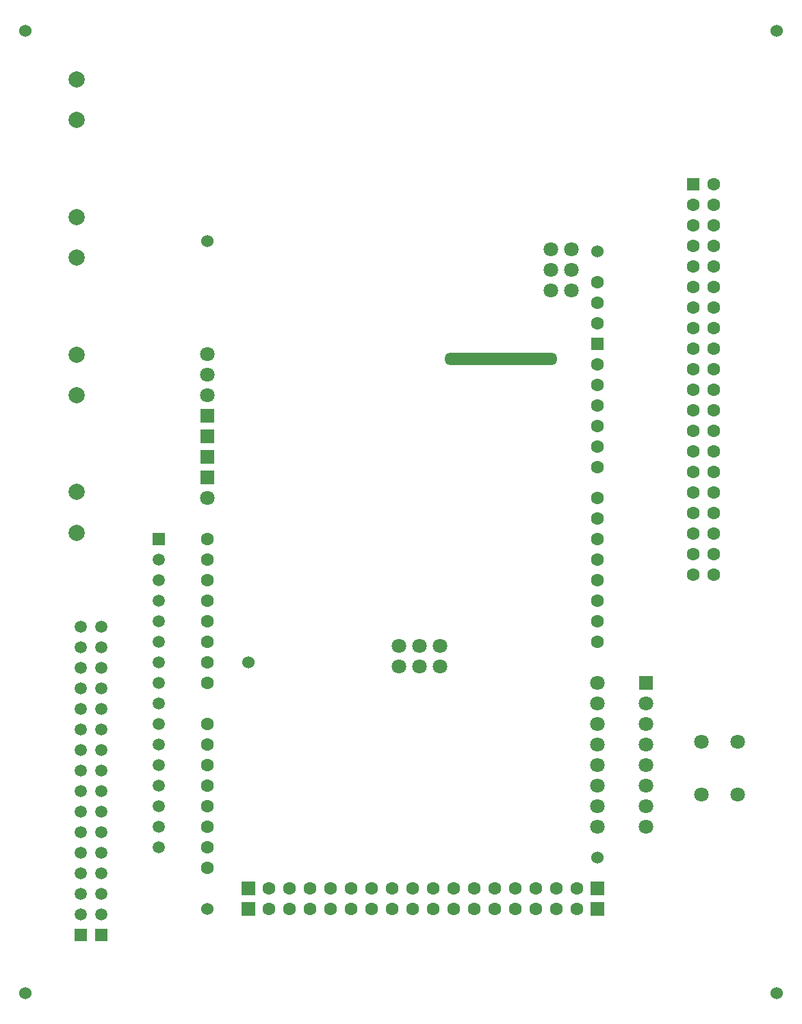
<source format=gbr>
%TF.GenerationSoftware,Altium Limited,Altium Designer,21.8.1 (53)*%
G04 Layer_Color=255*
%FSLAX43Y43*%
%MOMM*%
%TF.SameCoordinates,8EB70333-0A29-48E7-A932-0FA81BCCDE64*%
%TF.FilePolarity,Positive*%
%TF.FileFunction,Pads,Bot*%
%TF.Part,Single*%
G01*
G75*
%TA.AperFunction,ComponentPad*%
%ADD16C,1.500*%
%ADD17R,1.500X1.500*%
%ADD18R,1.800X1.800*%
%ADD19C,1.800*%
%ADD20C,2.000*%
%ADD21C,1.524*%
%ADD22O,14.000X1.524*%
%ADD23C,1.600*%
%ADD24R,1.600X1.600*%
%ADD25R,1.800X1.800*%
%TA.AperFunction,WasherPad*%
%ADD26C,1.524*%
%TA.AperFunction,ComponentPad*%
%ADD27R,1.600X1.600*%
D16*
X9858Y48354D02*
D03*
X12398D02*
D03*
Y45814D02*
D03*
X9858D02*
D03*
Y43274D02*
D03*
X12398D02*
D03*
Y40734D02*
D03*
X9858D02*
D03*
Y38194D02*
D03*
X12398D02*
D03*
Y35654D02*
D03*
X9858D02*
D03*
Y33114D02*
D03*
X12398D02*
D03*
Y30574D02*
D03*
X9858D02*
D03*
Y28034D02*
D03*
X12398D02*
D03*
Y25494D02*
D03*
X9858D02*
D03*
Y22954D02*
D03*
X12398D02*
D03*
Y20414D02*
D03*
X9858D02*
D03*
Y17874D02*
D03*
X12398D02*
D03*
Y15334D02*
D03*
X9858D02*
D03*
Y12794D02*
D03*
X12398D02*
D03*
X19540Y56660D02*
D03*
Y54120D02*
D03*
Y51580D02*
D03*
Y49040D02*
D03*
Y46500D02*
D03*
Y43960D02*
D03*
Y41420D02*
D03*
Y38880D02*
D03*
Y36340D02*
D03*
Y33800D02*
D03*
Y31260D02*
D03*
Y28720D02*
D03*
Y26180D02*
D03*
Y23640D02*
D03*
Y21100D02*
D03*
D17*
X12398Y10254D02*
D03*
X9858D02*
D03*
X19540Y59200D02*
D03*
D18*
X79790Y41420D02*
D03*
D19*
Y38880D02*
D03*
Y36340D02*
D03*
Y33800D02*
D03*
Y31260D02*
D03*
Y28720D02*
D03*
Y26180D02*
D03*
Y23640D02*
D03*
X86650Y27611D02*
D03*
Y34111D02*
D03*
X91150D02*
D03*
Y27611D02*
D03*
X68000Y89920D02*
D03*
X70540D02*
D03*
Y92460D02*
D03*
X68000D02*
D03*
X70540Y95000D02*
D03*
X68000D02*
D03*
X51790Y43400D02*
D03*
X49250D02*
D03*
Y45940D02*
D03*
X51790D02*
D03*
X54330D02*
D03*
Y43400D02*
D03*
X25540Y82060D02*
D03*
Y79520D02*
D03*
Y64280D02*
D03*
Y76980D02*
D03*
X73790Y23640D02*
D03*
Y26180D02*
D03*
Y28720D02*
D03*
Y31260D02*
D03*
Y33800D02*
D03*
Y36340D02*
D03*
Y38880D02*
D03*
Y41420D02*
D03*
D20*
X9397Y115969D02*
D03*
Y110969D02*
D03*
Y64969D02*
D03*
Y59969D02*
D03*
Y81969D02*
D03*
Y76969D02*
D03*
Y98969D02*
D03*
Y93969D02*
D03*
D21*
X73800Y19830D02*
D03*
Y94760D02*
D03*
X30620Y43960D02*
D03*
X25540Y13480D02*
D03*
Y96030D02*
D03*
D22*
X61830Y81400D02*
D03*
D23*
X73790Y90950D02*
D03*
Y88410D02*
D03*
Y85870D02*
D03*
Y80790D02*
D03*
Y78250D02*
D03*
Y75710D02*
D03*
Y73170D02*
D03*
Y70630D02*
D03*
Y68090D02*
D03*
Y64280D02*
D03*
Y61740D02*
D03*
Y59200D02*
D03*
Y56660D02*
D03*
Y54120D02*
D03*
Y51580D02*
D03*
Y49040D02*
D03*
Y46500D02*
D03*
X25540Y18560D02*
D03*
Y21100D02*
D03*
Y23640D02*
D03*
Y26180D02*
D03*
Y28720D02*
D03*
Y33800D02*
D03*
Y36340D02*
D03*
Y41420D02*
D03*
Y31260D02*
D03*
Y43960D02*
D03*
Y46500D02*
D03*
Y49040D02*
D03*
Y51580D02*
D03*
Y54120D02*
D03*
Y56660D02*
D03*
Y59200D02*
D03*
X33160Y13480D02*
D03*
X35700D02*
D03*
X38240D02*
D03*
X40780D02*
D03*
X43320D02*
D03*
X45860D02*
D03*
X48400D02*
D03*
X50940D02*
D03*
X53480D02*
D03*
X56020D02*
D03*
X58560D02*
D03*
X61100D02*
D03*
X63640D02*
D03*
X66180D02*
D03*
X68720D02*
D03*
X71260D02*
D03*
X33160Y16020D02*
D03*
X35700D02*
D03*
X38240D02*
D03*
X40780D02*
D03*
X43320D02*
D03*
X45860D02*
D03*
X48400D02*
D03*
X50940D02*
D03*
X53480D02*
D03*
X56020D02*
D03*
X58560D02*
D03*
X61100D02*
D03*
X63640D02*
D03*
X66180D02*
D03*
X68720D02*
D03*
X71260D02*
D03*
X88199Y54740D02*
D03*
X85659D02*
D03*
X88199Y57280D02*
D03*
X85659D02*
D03*
X88199Y59820D02*
D03*
X85659D02*
D03*
X88199Y62360D02*
D03*
X85659D02*
D03*
X88199Y64900D02*
D03*
X85659D02*
D03*
X88199Y67440D02*
D03*
X85659D02*
D03*
X88199Y69980D02*
D03*
X85659D02*
D03*
X88199Y72520D02*
D03*
X85659D02*
D03*
X88199Y75060D02*
D03*
X85659D02*
D03*
X88199Y77600D02*
D03*
X85659D02*
D03*
X88199Y80140D02*
D03*
X85659D02*
D03*
X88199Y82680D02*
D03*
X85659D02*
D03*
X88199Y85220D02*
D03*
X85659D02*
D03*
X88199Y87760D02*
D03*
X85659D02*
D03*
X88199Y90300D02*
D03*
X85659D02*
D03*
X88199Y92840D02*
D03*
X85659D02*
D03*
X88199Y95380D02*
D03*
X85659D02*
D03*
X88199Y97920D02*
D03*
X85659D02*
D03*
X88199Y100460D02*
D03*
X85659D02*
D03*
X88199Y103000D02*
D03*
D24*
X73790Y83330D02*
D03*
D25*
X25540Y66820D02*
D03*
Y69360D02*
D03*
Y71900D02*
D03*
Y74440D02*
D03*
X30620Y13480D02*
D03*
Y16020D02*
D03*
X73800Y13480D02*
D03*
Y16020D02*
D03*
D26*
X3000Y122000D02*
D03*
X96000D02*
D03*
Y3000D02*
D03*
X3000D02*
D03*
D27*
X85659Y103000D02*
D03*
%TF.MD5,d212e60697ca50d539f525ce368cd839*%
M02*

</source>
